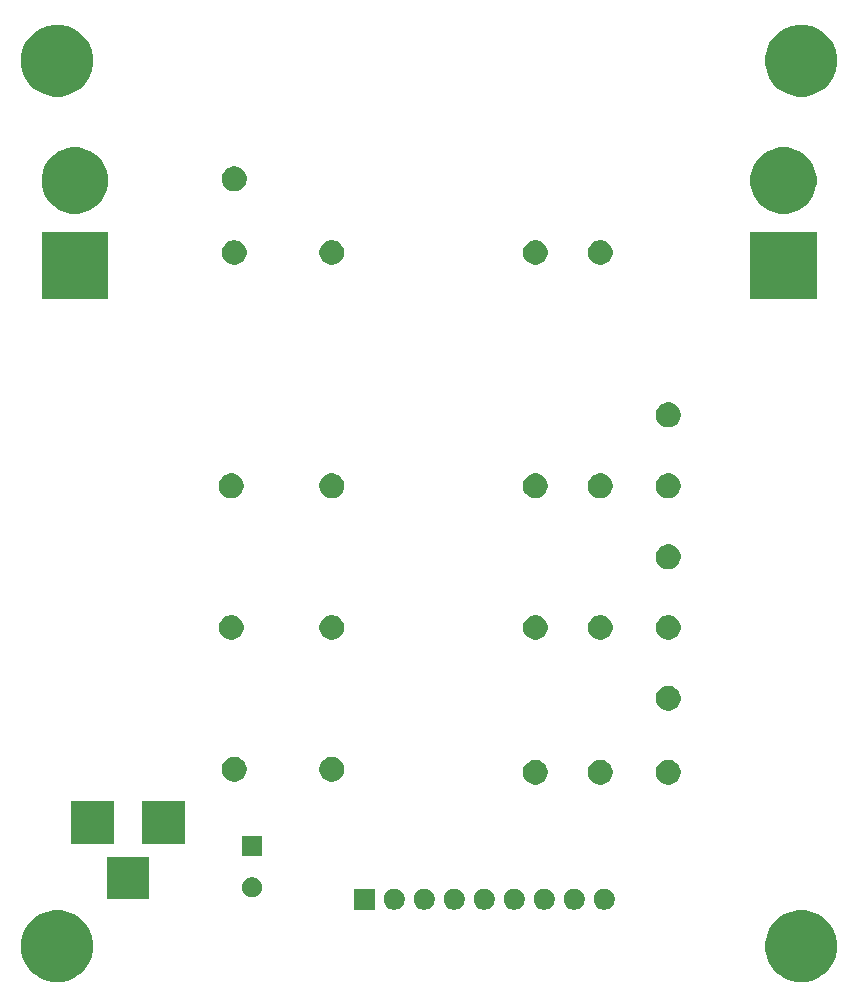
<source format=gbs>
G04 #@! TF.GenerationSoftware,KiCad,Pcbnew,(5.1.5)-3*
G04 #@! TF.CreationDate,2020-01-25T00:11:38-03:30*
G04 #@! TF.ProjectId,Power Sense PCB,506f7765-7220-4536-956e-736520504342,rev?*
G04 #@! TF.SameCoordinates,Original*
G04 #@! TF.FileFunction,Soldermask,Bot*
G04 #@! TF.FilePolarity,Negative*
%FSLAX46Y46*%
G04 Gerber Fmt 4.6, Leading zero omitted, Abs format (unit mm)*
G04 Created by KiCad (PCBNEW (5.1.5)-3) date 2020-01-25 00:11:38*
%MOMM*%
%LPD*%
G04 APERTURE LIST*
%ADD10C,0.100000*%
G04 APERTURE END LIST*
D10*
G36*
X124389943Y-118066248D02*
G01*
X124945189Y-118296238D01*
X125193347Y-118462052D01*
X125444899Y-118630134D01*
X125869866Y-119055101D01*
X126018440Y-119277458D01*
X126203762Y-119554811D01*
X126433752Y-120110057D01*
X126551000Y-120699501D01*
X126551000Y-121300499D01*
X126433752Y-121889943D01*
X126203762Y-122445189D01*
X126203761Y-122445190D01*
X125869866Y-122944899D01*
X125444899Y-123369866D01*
X125304573Y-123463629D01*
X124945189Y-123703762D01*
X124389943Y-123933752D01*
X123800499Y-124051000D01*
X123199501Y-124051000D01*
X122610057Y-123933752D01*
X122054811Y-123703762D01*
X121695427Y-123463629D01*
X121555101Y-123369866D01*
X121130134Y-122944899D01*
X120796239Y-122445190D01*
X120796238Y-122445189D01*
X120566248Y-121889943D01*
X120449000Y-121300499D01*
X120449000Y-120699501D01*
X120566248Y-120110057D01*
X120796238Y-119554811D01*
X120981560Y-119277458D01*
X121130134Y-119055101D01*
X121555101Y-118630134D01*
X121806653Y-118462052D01*
X122054811Y-118296238D01*
X122610057Y-118066248D01*
X123199501Y-117949000D01*
X123800499Y-117949000D01*
X124389943Y-118066248D01*
G37*
G36*
X61389943Y-118066248D02*
G01*
X61945189Y-118296238D01*
X62193347Y-118462052D01*
X62444899Y-118630134D01*
X62869866Y-119055101D01*
X63018440Y-119277458D01*
X63203762Y-119554811D01*
X63433752Y-120110057D01*
X63551000Y-120699501D01*
X63551000Y-121300499D01*
X63433752Y-121889943D01*
X63203762Y-122445189D01*
X63203761Y-122445190D01*
X62869866Y-122944899D01*
X62444899Y-123369866D01*
X62304573Y-123463629D01*
X61945189Y-123703762D01*
X61389943Y-123933752D01*
X60800499Y-124051000D01*
X60199501Y-124051000D01*
X59610057Y-123933752D01*
X59054811Y-123703762D01*
X58695427Y-123463629D01*
X58555101Y-123369866D01*
X58130134Y-122944899D01*
X57796239Y-122445190D01*
X57796238Y-122445189D01*
X57566248Y-121889943D01*
X57449000Y-121300499D01*
X57449000Y-120699501D01*
X57566248Y-120110057D01*
X57796238Y-119554811D01*
X57981560Y-119277458D01*
X58130134Y-119055101D01*
X58555101Y-118630134D01*
X58806653Y-118462052D01*
X59054811Y-118296238D01*
X59610057Y-118066248D01*
X60199501Y-117949000D01*
X60800499Y-117949000D01*
X61389943Y-118066248D01*
G37*
G36*
X87401000Y-117901000D02*
G01*
X85599000Y-117901000D01*
X85599000Y-116099000D01*
X87401000Y-116099000D01*
X87401000Y-117901000D01*
G37*
G36*
X89153512Y-116103927D02*
G01*
X89302812Y-116133624D01*
X89466784Y-116201544D01*
X89614354Y-116300147D01*
X89739853Y-116425646D01*
X89838456Y-116573216D01*
X89906376Y-116737188D01*
X89941000Y-116911259D01*
X89941000Y-117088741D01*
X89906376Y-117262812D01*
X89838456Y-117426784D01*
X89739853Y-117574354D01*
X89614354Y-117699853D01*
X89466784Y-117798456D01*
X89302812Y-117866376D01*
X89153512Y-117896073D01*
X89128742Y-117901000D01*
X88951258Y-117901000D01*
X88926488Y-117896073D01*
X88777188Y-117866376D01*
X88613216Y-117798456D01*
X88465646Y-117699853D01*
X88340147Y-117574354D01*
X88241544Y-117426784D01*
X88173624Y-117262812D01*
X88139000Y-117088741D01*
X88139000Y-116911259D01*
X88173624Y-116737188D01*
X88241544Y-116573216D01*
X88340147Y-116425646D01*
X88465646Y-116300147D01*
X88613216Y-116201544D01*
X88777188Y-116133624D01*
X88926488Y-116103927D01*
X88951258Y-116099000D01*
X89128742Y-116099000D01*
X89153512Y-116103927D01*
G37*
G36*
X106933512Y-116103927D02*
G01*
X107082812Y-116133624D01*
X107246784Y-116201544D01*
X107394354Y-116300147D01*
X107519853Y-116425646D01*
X107618456Y-116573216D01*
X107686376Y-116737188D01*
X107721000Y-116911259D01*
X107721000Y-117088741D01*
X107686376Y-117262812D01*
X107618456Y-117426784D01*
X107519853Y-117574354D01*
X107394354Y-117699853D01*
X107246784Y-117798456D01*
X107082812Y-117866376D01*
X106933512Y-117896073D01*
X106908742Y-117901000D01*
X106731258Y-117901000D01*
X106706488Y-117896073D01*
X106557188Y-117866376D01*
X106393216Y-117798456D01*
X106245646Y-117699853D01*
X106120147Y-117574354D01*
X106021544Y-117426784D01*
X105953624Y-117262812D01*
X105919000Y-117088741D01*
X105919000Y-116911259D01*
X105953624Y-116737188D01*
X106021544Y-116573216D01*
X106120147Y-116425646D01*
X106245646Y-116300147D01*
X106393216Y-116201544D01*
X106557188Y-116133624D01*
X106706488Y-116103927D01*
X106731258Y-116099000D01*
X106908742Y-116099000D01*
X106933512Y-116103927D01*
G37*
G36*
X104393512Y-116103927D02*
G01*
X104542812Y-116133624D01*
X104706784Y-116201544D01*
X104854354Y-116300147D01*
X104979853Y-116425646D01*
X105078456Y-116573216D01*
X105146376Y-116737188D01*
X105181000Y-116911259D01*
X105181000Y-117088741D01*
X105146376Y-117262812D01*
X105078456Y-117426784D01*
X104979853Y-117574354D01*
X104854354Y-117699853D01*
X104706784Y-117798456D01*
X104542812Y-117866376D01*
X104393512Y-117896073D01*
X104368742Y-117901000D01*
X104191258Y-117901000D01*
X104166488Y-117896073D01*
X104017188Y-117866376D01*
X103853216Y-117798456D01*
X103705646Y-117699853D01*
X103580147Y-117574354D01*
X103481544Y-117426784D01*
X103413624Y-117262812D01*
X103379000Y-117088741D01*
X103379000Y-116911259D01*
X103413624Y-116737188D01*
X103481544Y-116573216D01*
X103580147Y-116425646D01*
X103705646Y-116300147D01*
X103853216Y-116201544D01*
X104017188Y-116133624D01*
X104166488Y-116103927D01*
X104191258Y-116099000D01*
X104368742Y-116099000D01*
X104393512Y-116103927D01*
G37*
G36*
X101853512Y-116103927D02*
G01*
X102002812Y-116133624D01*
X102166784Y-116201544D01*
X102314354Y-116300147D01*
X102439853Y-116425646D01*
X102538456Y-116573216D01*
X102606376Y-116737188D01*
X102641000Y-116911259D01*
X102641000Y-117088741D01*
X102606376Y-117262812D01*
X102538456Y-117426784D01*
X102439853Y-117574354D01*
X102314354Y-117699853D01*
X102166784Y-117798456D01*
X102002812Y-117866376D01*
X101853512Y-117896073D01*
X101828742Y-117901000D01*
X101651258Y-117901000D01*
X101626488Y-117896073D01*
X101477188Y-117866376D01*
X101313216Y-117798456D01*
X101165646Y-117699853D01*
X101040147Y-117574354D01*
X100941544Y-117426784D01*
X100873624Y-117262812D01*
X100839000Y-117088741D01*
X100839000Y-116911259D01*
X100873624Y-116737188D01*
X100941544Y-116573216D01*
X101040147Y-116425646D01*
X101165646Y-116300147D01*
X101313216Y-116201544D01*
X101477188Y-116133624D01*
X101626488Y-116103927D01*
X101651258Y-116099000D01*
X101828742Y-116099000D01*
X101853512Y-116103927D01*
G37*
G36*
X99313512Y-116103927D02*
G01*
X99462812Y-116133624D01*
X99626784Y-116201544D01*
X99774354Y-116300147D01*
X99899853Y-116425646D01*
X99998456Y-116573216D01*
X100066376Y-116737188D01*
X100101000Y-116911259D01*
X100101000Y-117088741D01*
X100066376Y-117262812D01*
X99998456Y-117426784D01*
X99899853Y-117574354D01*
X99774354Y-117699853D01*
X99626784Y-117798456D01*
X99462812Y-117866376D01*
X99313512Y-117896073D01*
X99288742Y-117901000D01*
X99111258Y-117901000D01*
X99086488Y-117896073D01*
X98937188Y-117866376D01*
X98773216Y-117798456D01*
X98625646Y-117699853D01*
X98500147Y-117574354D01*
X98401544Y-117426784D01*
X98333624Y-117262812D01*
X98299000Y-117088741D01*
X98299000Y-116911259D01*
X98333624Y-116737188D01*
X98401544Y-116573216D01*
X98500147Y-116425646D01*
X98625646Y-116300147D01*
X98773216Y-116201544D01*
X98937188Y-116133624D01*
X99086488Y-116103927D01*
X99111258Y-116099000D01*
X99288742Y-116099000D01*
X99313512Y-116103927D01*
G37*
G36*
X96773512Y-116103927D02*
G01*
X96922812Y-116133624D01*
X97086784Y-116201544D01*
X97234354Y-116300147D01*
X97359853Y-116425646D01*
X97458456Y-116573216D01*
X97526376Y-116737188D01*
X97561000Y-116911259D01*
X97561000Y-117088741D01*
X97526376Y-117262812D01*
X97458456Y-117426784D01*
X97359853Y-117574354D01*
X97234354Y-117699853D01*
X97086784Y-117798456D01*
X96922812Y-117866376D01*
X96773512Y-117896073D01*
X96748742Y-117901000D01*
X96571258Y-117901000D01*
X96546488Y-117896073D01*
X96397188Y-117866376D01*
X96233216Y-117798456D01*
X96085646Y-117699853D01*
X95960147Y-117574354D01*
X95861544Y-117426784D01*
X95793624Y-117262812D01*
X95759000Y-117088741D01*
X95759000Y-116911259D01*
X95793624Y-116737188D01*
X95861544Y-116573216D01*
X95960147Y-116425646D01*
X96085646Y-116300147D01*
X96233216Y-116201544D01*
X96397188Y-116133624D01*
X96546488Y-116103927D01*
X96571258Y-116099000D01*
X96748742Y-116099000D01*
X96773512Y-116103927D01*
G37*
G36*
X94233512Y-116103927D02*
G01*
X94382812Y-116133624D01*
X94546784Y-116201544D01*
X94694354Y-116300147D01*
X94819853Y-116425646D01*
X94918456Y-116573216D01*
X94986376Y-116737188D01*
X95021000Y-116911259D01*
X95021000Y-117088741D01*
X94986376Y-117262812D01*
X94918456Y-117426784D01*
X94819853Y-117574354D01*
X94694354Y-117699853D01*
X94546784Y-117798456D01*
X94382812Y-117866376D01*
X94233512Y-117896073D01*
X94208742Y-117901000D01*
X94031258Y-117901000D01*
X94006488Y-117896073D01*
X93857188Y-117866376D01*
X93693216Y-117798456D01*
X93545646Y-117699853D01*
X93420147Y-117574354D01*
X93321544Y-117426784D01*
X93253624Y-117262812D01*
X93219000Y-117088741D01*
X93219000Y-116911259D01*
X93253624Y-116737188D01*
X93321544Y-116573216D01*
X93420147Y-116425646D01*
X93545646Y-116300147D01*
X93693216Y-116201544D01*
X93857188Y-116133624D01*
X94006488Y-116103927D01*
X94031258Y-116099000D01*
X94208742Y-116099000D01*
X94233512Y-116103927D01*
G37*
G36*
X91693512Y-116103927D02*
G01*
X91842812Y-116133624D01*
X92006784Y-116201544D01*
X92154354Y-116300147D01*
X92279853Y-116425646D01*
X92378456Y-116573216D01*
X92446376Y-116737188D01*
X92481000Y-116911259D01*
X92481000Y-117088741D01*
X92446376Y-117262812D01*
X92378456Y-117426784D01*
X92279853Y-117574354D01*
X92154354Y-117699853D01*
X92006784Y-117798456D01*
X91842812Y-117866376D01*
X91693512Y-117896073D01*
X91668742Y-117901000D01*
X91491258Y-117901000D01*
X91466488Y-117896073D01*
X91317188Y-117866376D01*
X91153216Y-117798456D01*
X91005646Y-117699853D01*
X90880147Y-117574354D01*
X90781544Y-117426784D01*
X90713624Y-117262812D01*
X90679000Y-117088741D01*
X90679000Y-116911259D01*
X90713624Y-116737188D01*
X90781544Y-116573216D01*
X90880147Y-116425646D01*
X91005646Y-116300147D01*
X91153216Y-116201544D01*
X91317188Y-116133624D01*
X91466488Y-116103927D01*
X91491258Y-116099000D01*
X91668742Y-116099000D01*
X91693512Y-116103927D01*
G37*
G36*
X68301000Y-117001000D02*
G01*
X64699000Y-117001000D01*
X64699000Y-113399000D01*
X68301000Y-113399000D01*
X68301000Y-117001000D01*
G37*
G36*
X77248228Y-115181703D02*
G01*
X77403100Y-115245853D01*
X77542481Y-115338985D01*
X77661015Y-115457519D01*
X77754147Y-115596900D01*
X77818297Y-115751772D01*
X77851000Y-115916184D01*
X77851000Y-116083816D01*
X77818297Y-116248228D01*
X77754147Y-116403100D01*
X77661015Y-116542481D01*
X77542481Y-116661015D01*
X77403100Y-116754147D01*
X77248228Y-116818297D01*
X77083816Y-116851000D01*
X76916184Y-116851000D01*
X76751772Y-116818297D01*
X76596900Y-116754147D01*
X76457519Y-116661015D01*
X76338985Y-116542481D01*
X76245853Y-116403100D01*
X76181703Y-116248228D01*
X76149000Y-116083816D01*
X76149000Y-115916184D01*
X76181703Y-115751772D01*
X76245853Y-115596900D01*
X76338985Y-115457519D01*
X76457519Y-115338985D01*
X76596900Y-115245853D01*
X76751772Y-115181703D01*
X76916184Y-115149000D01*
X77083816Y-115149000D01*
X77248228Y-115181703D01*
G37*
G36*
X77851000Y-113351000D02*
G01*
X76149000Y-113351000D01*
X76149000Y-111649000D01*
X77851000Y-111649000D01*
X77851000Y-113351000D01*
G37*
G36*
X65301000Y-112301000D02*
G01*
X61699000Y-112301000D01*
X61699000Y-108699000D01*
X65301000Y-108699000D01*
X65301000Y-112301000D01*
G37*
G36*
X71301000Y-112301000D02*
G01*
X67699000Y-112301000D01*
X67699000Y-108699000D01*
X71301000Y-108699000D01*
X71301000Y-112301000D01*
G37*
G36*
X106806564Y-105239389D02*
G01*
X106997833Y-105318615D01*
X106997835Y-105318616D01*
X107169973Y-105433635D01*
X107316365Y-105580027D01*
X107392143Y-105693436D01*
X107431385Y-105752167D01*
X107510611Y-105943436D01*
X107551000Y-106146484D01*
X107551000Y-106353516D01*
X107510611Y-106556564D01*
X107431385Y-106747833D01*
X107431384Y-106747835D01*
X107316365Y-106919973D01*
X107169973Y-107066365D01*
X106997835Y-107181384D01*
X106997834Y-107181385D01*
X106997833Y-107181385D01*
X106806564Y-107260611D01*
X106603516Y-107301000D01*
X106396484Y-107301000D01*
X106193436Y-107260611D01*
X106002167Y-107181385D01*
X106002166Y-107181385D01*
X106002165Y-107181384D01*
X105830027Y-107066365D01*
X105683635Y-106919973D01*
X105568616Y-106747835D01*
X105568615Y-106747833D01*
X105489389Y-106556564D01*
X105449000Y-106353516D01*
X105449000Y-106146484D01*
X105489389Y-105943436D01*
X105568615Y-105752167D01*
X105607858Y-105693436D01*
X105683635Y-105580027D01*
X105830027Y-105433635D01*
X106002165Y-105318616D01*
X106002167Y-105318615D01*
X106193436Y-105239389D01*
X106396484Y-105199000D01*
X106603516Y-105199000D01*
X106806564Y-105239389D01*
G37*
G36*
X112556564Y-105239389D02*
G01*
X112747833Y-105318615D01*
X112747835Y-105318616D01*
X112919973Y-105433635D01*
X113066365Y-105580027D01*
X113142143Y-105693436D01*
X113181385Y-105752167D01*
X113260611Y-105943436D01*
X113301000Y-106146484D01*
X113301000Y-106353516D01*
X113260611Y-106556564D01*
X113181385Y-106747833D01*
X113181384Y-106747835D01*
X113066365Y-106919973D01*
X112919973Y-107066365D01*
X112747835Y-107181384D01*
X112747834Y-107181385D01*
X112747833Y-107181385D01*
X112556564Y-107260611D01*
X112353516Y-107301000D01*
X112146484Y-107301000D01*
X111943436Y-107260611D01*
X111752167Y-107181385D01*
X111752166Y-107181385D01*
X111752165Y-107181384D01*
X111580027Y-107066365D01*
X111433635Y-106919973D01*
X111318616Y-106747835D01*
X111318615Y-106747833D01*
X111239389Y-106556564D01*
X111199000Y-106353516D01*
X111199000Y-106146484D01*
X111239389Y-105943436D01*
X111318615Y-105752167D01*
X111357858Y-105693436D01*
X111433635Y-105580027D01*
X111580027Y-105433635D01*
X111752165Y-105318616D01*
X111752167Y-105318615D01*
X111943436Y-105239389D01*
X112146484Y-105199000D01*
X112353516Y-105199000D01*
X112556564Y-105239389D01*
G37*
G36*
X101306564Y-105239389D02*
G01*
X101497833Y-105318615D01*
X101497835Y-105318616D01*
X101669973Y-105433635D01*
X101816365Y-105580027D01*
X101892143Y-105693436D01*
X101931385Y-105752167D01*
X102010611Y-105943436D01*
X102051000Y-106146484D01*
X102051000Y-106353516D01*
X102010611Y-106556564D01*
X101931385Y-106747833D01*
X101931384Y-106747835D01*
X101816365Y-106919973D01*
X101669973Y-107066365D01*
X101497835Y-107181384D01*
X101497834Y-107181385D01*
X101497833Y-107181385D01*
X101306564Y-107260611D01*
X101103516Y-107301000D01*
X100896484Y-107301000D01*
X100693436Y-107260611D01*
X100502167Y-107181385D01*
X100502166Y-107181385D01*
X100502165Y-107181384D01*
X100330027Y-107066365D01*
X100183635Y-106919973D01*
X100068616Y-106747835D01*
X100068615Y-106747833D01*
X99989389Y-106556564D01*
X99949000Y-106353516D01*
X99949000Y-106146484D01*
X99989389Y-105943436D01*
X100068615Y-105752167D01*
X100107858Y-105693436D01*
X100183635Y-105580027D01*
X100330027Y-105433635D01*
X100502165Y-105318616D01*
X100502167Y-105318615D01*
X100693436Y-105239389D01*
X100896484Y-105199000D01*
X101103516Y-105199000D01*
X101306564Y-105239389D01*
G37*
G36*
X75806564Y-104989389D02*
G01*
X75997833Y-105068615D01*
X75997835Y-105068616D01*
X76169973Y-105183635D01*
X76316365Y-105330027D01*
X76385594Y-105433635D01*
X76431385Y-105502167D01*
X76510611Y-105693436D01*
X76551000Y-105896484D01*
X76551000Y-106103516D01*
X76510611Y-106306564D01*
X76431385Y-106497833D01*
X76431384Y-106497835D01*
X76316365Y-106669973D01*
X76169973Y-106816365D01*
X75997835Y-106931384D01*
X75997834Y-106931385D01*
X75997833Y-106931385D01*
X75806564Y-107010611D01*
X75603516Y-107051000D01*
X75396484Y-107051000D01*
X75193436Y-107010611D01*
X75002167Y-106931385D01*
X75002166Y-106931385D01*
X75002165Y-106931384D01*
X74830027Y-106816365D01*
X74683635Y-106669973D01*
X74568616Y-106497835D01*
X74568615Y-106497833D01*
X74489389Y-106306564D01*
X74449000Y-106103516D01*
X74449000Y-105896484D01*
X74489389Y-105693436D01*
X74568615Y-105502167D01*
X74614407Y-105433635D01*
X74683635Y-105330027D01*
X74830027Y-105183635D01*
X75002165Y-105068616D01*
X75002167Y-105068615D01*
X75193436Y-104989389D01*
X75396484Y-104949000D01*
X75603516Y-104949000D01*
X75806564Y-104989389D01*
G37*
G36*
X84056564Y-104989389D02*
G01*
X84247833Y-105068615D01*
X84247835Y-105068616D01*
X84419973Y-105183635D01*
X84566365Y-105330027D01*
X84635594Y-105433635D01*
X84681385Y-105502167D01*
X84760611Y-105693436D01*
X84801000Y-105896484D01*
X84801000Y-106103516D01*
X84760611Y-106306564D01*
X84681385Y-106497833D01*
X84681384Y-106497835D01*
X84566365Y-106669973D01*
X84419973Y-106816365D01*
X84247835Y-106931384D01*
X84247834Y-106931385D01*
X84247833Y-106931385D01*
X84056564Y-107010611D01*
X83853516Y-107051000D01*
X83646484Y-107051000D01*
X83443436Y-107010611D01*
X83252167Y-106931385D01*
X83252166Y-106931385D01*
X83252165Y-106931384D01*
X83080027Y-106816365D01*
X82933635Y-106669973D01*
X82818616Y-106497835D01*
X82818615Y-106497833D01*
X82739389Y-106306564D01*
X82699000Y-106103516D01*
X82699000Y-105896484D01*
X82739389Y-105693436D01*
X82818615Y-105502167D01*
X82864407Y-105433635D01*
X82933635Y-105330027D01*
X83080027Y-105183635D01*
X83252165Y-105068616D01*
X83252167Y-105068615D01*
X83443436Y-104989389D01*
X83646484Y-104949000D01*
X83853516Y-104949000D01*
X84056564Y-104989389D01*
G37*
G36*
X112556564Y-98989389D02*
G01*
X112747833Y-99068615D01*
X112747835Y-99068616D01*
X112919973Y-99183635D01*
X113066365Y-99330027D01*
X113181385Y-99502167D01*
X113260611Y-99693436D01*
X113301000Y-99896484D01*
X113301000Y-100103516D01*
X113260611Y-100306564D01*
X113181385Y-100497833D01*
X113181384Y-100497835D01*
X113066365Y-100669973D01*
X112919973Y-100816365D01*
X112747835Y-100931384D01*
X112747834Y-100931385D01*
X112747833Y-100931385D01*
X112556564Y-101010611D01*
X112353516Y-101051000D01*
X112146484Y-101051000D01*
X111943436Y-101010611D01*
X111752167Y-100931385D01*
X111752166Y-100931385D01*
X111752165Y-100931384D01*
X111580027Y-100816365D01*
X111433635Y-100669973D01*
X111318616Y-100497835D01*
X111318615Y-100497833D01*
X111239389Y-100306564D01*
X111199000Y-100103516D01*
X111199000Y-99896484D01*
X111239389Y-99693436D01*
X111318615Y-99502167D01*
X111433635Y-99330027D01*
X111580027Y-99183635D01*
X111752165Y-99068616D01*
X111752167Y-99068615D01*
X111943436Y-98989389D01*
X112146484Y-98949000D01*
X112353516Y-98949000D01*
X112556564Y-98989389D01*
G37*
G36*
X101306564Y-92989389D02*
G01*
X101497833Y-93068615D01*
X101497835Y-93068616D01*
X101669973Y-93183635D01*
X101816365Y-93330027D01*
X101931385Y-93502167D01*
X102010611Y-93693436D01*
X102051000Y-93896484D01*
X102051000Y-94103516D01*
X102010611Y-94306564D01*
X101931385Y-94497833D01*
X101931384Y-94497835D01*
X101816365Y-94669973D01*
X101669973Y-94816365D01*
X101497835Y-94931384D01*
X101497834Y-94931385D01*
X101497833Y-94931385D01*
X101306564Y-95010611D01*
X101103516Y-95051000D01*
X100896484Y-95051000D01*
X100693436Y-95010611D01*
X100502167Y-94931385D01*
X100502166Y-94931385D01*
X100502165Y-94931384D01*
X100330027Y-94816365D01*
X100183635Y-94669973D01*
X100068616Y-94497835D01*
X100068615Y-94497833D01*
X99989389Y-94306564D01*
X99949000Y-94103516D01*
X99949000Y-93896484D01*
X99989389Y-93693436D01*
X100068615Y-93502167D01*
X100183635Y-93330027D01*
X100330027Y-93183635D01*
X100502165Y-93068616D01*
X100502167Y-93068615D01*
X100693436Y-92989389D01*
X100896484Y-92949000D01*
X101103516Y-92949000D01*
X101306564Y-92989389D01*
G37*
G36*
X106806564Y-92989389D02*
G01*
X106997833Y-93068615D01*
X106997835Y-93068616D01*
X107169973Y-93183635D01*
X107316365Y-93330027D01*
X107431385Y-93502167D01*
X107510611Y-93693436D01*
X107551000Y-93896484D01*
X107551000Y-94103516D01*
X107510611Y-94306564D01*
X107431385Y-94497833D01*
X107431384Y-94497835D01*
X107316365Y-94669973D01*
X107169973Y-94816365D01*
X106997835Y-94931384D01*
X106997834Y-94931385D01*
X106997833Y-94931385D01*
X106806564Y-95010611D01*
X106603516Y-95051000D01*
X106396484Y-95051000D01*
X106193436Y-95010611D01*
X106002167Y-94931385D01*
X106002166Y-94931385D01*
X106002165Y-94931384D01*
X105830027Y-94816365D01*
X105683635Y-94669973D01*
X105568616Y-94497835D01*
X105568615Y-94497833D01*
X105489389Y-94306564D01*
X105449000Y-94103516D01*
X105449000Y-93896484D01*
X105489389Y-93693436D01*
X105568615Y-93502167D01*
X105683635Y-93330027D01*
X105830027Y-93183635D01*
X106002165Y-93068616D01*
X106002167Y-93068615D01*
X106193436Y-92989389D01*
X106396484Y-92949000D01*
X106603516Y-92949000D01*
X106806564Y-92989389D01*
G37*
G36*
X84056564Y-92989389D02*
G01*
X84247833Y-93068615D01*
X84247835Y-93068616D01*
X84419973Y-93183635D01*
X84566365Y-93330027D01*
X84681385Y-93502167D01*
X84760611Y-93693436D01*
X84801000Y-93896484D01*
X84801000Y-94103516D01*
X84760611Y-94306564D01*
X84681385Y-94497833D01*
X84681384Y-94497835D01*
X84566365Y-94669973D01*
X84419973Y-94816365D01*
X84247835Y-94931384D01*
X84247834Y-94931385D01*
X84247833Y-94931385D01*
X84056564Y-95010611D01*
X83853516Y-95051000D01*
X83646484Y-95051000D01*
X83443436Y-95010611D01*
X83252167Y-94931385D01*
X83252166Y-94931385D01*
X83252165Y-94931384D01*
X83080027Y-94816365D01*
X82933635Y-94669973D01*
X82818616Y-94497835D01*
X82818615Y-94497833D01*
X82739389Y-94306564D01*
X82699000Y-94103516D01*
X82699000Y-93896484D01*
X82739389Y-93693436D01*
X82818615Y-93502167D01*
X82933635Y-93330027D01*
X83080027Y-93183635D01*
X83252165Y-93068616D01*
X83252167Y-93068615D01*
X83443436Y-92989389D01*
X83646484Y-92949000D01*
X83853516Y-92949000D01*
X84056564Y-92989389D01*
G37*
G36*
X112556564Y-92989389D02*
G01*
X112747833Y-93068615D01*
X112747835Y-93068616D01*
X112919973Y-93183635D01*
X113066365Y-93330027D01*
X113181385Y-93502167D01*
X113260611Y-93693436D01*
X113301000Y-93896484D01*
X113301000Y-94103516D01*
X113260611Y-94306564D01*
X113181385Y-94497833D01*
X113181384Y-94497835D01*
X113066365Y-94669973D01*
X112919973Y-94816365D01*
X112747835Y-94931384D01*
X112747834Y-94931385D01*
X112747833Y-94931385D01*
X112556564Y-95010611D01*
X112353516Y-95051000D01*
X112146484Y-95051000D01*
X111943436Y-95010611D01*
X111752167Y-94931385D01*
X111752166Y-94931385D01*
X111752165Y-94931384D01*
X111580027Y-94816365D01*
X111433635Y-94669973D01*
X111318616Y-94497835D01*
X111318615Y-94497833D01*
X111239389Y-94306564D01*
X111199000Y-94103516D01*
X111199000Y-93896484D01*
X111239389Y-93693436D01*
X111318615Y-93502167D01*
X111433635Y-93330027D01*
X111580027Y-93183635D01*
X111752165Y-93068616D01*
X111752167Y-93068615D01*
X111943436Y-92989389D01*
X112146484Y-92949000D01*
X112353516Y-92949000D01*
X112556564Y-92989389D01*
G37*
G36*
X75556564Y-92989389D02*
G01*
X75747833Y-93068615D01*
X75747835Y-93068616D01*
X75919973Y-93183635D01*
X76066365Y-93330027D01*
X76181385Y-93502167D01*
X76260611Y-93693436D01*
X76301000Y-93896484D01*
X76301000Y-94103516D01*
X76260611Y-94306564D01*
X76181385Y-94497833D01*
X76181384Y-94497835D01*
X76066365Y-94669973D01*
X75919973Y-94816365D01*
X75747835Y-94931384D01*
X75747834Y-94931385D01*
X75747833Y-94931385D01*
X75556564Y-95010611D01*
X75353516Y-95051000D01*
X75146484Y-95051000D01*
X74943436Y-95010611D01*
X74752167Y-94931385D01*
X74752166Y-94931385D01*
X74752165Y-94931384D01*
X74580027Y-94816365D01*
X74433635Y-94669973D01*
X74318616Y-94497835D01*
X74318615Y-94497833D01*
X74239389Y-94306564D01*
X74199000Y-94103516D01*
X74199000Y-93896484D01*
X74239389Y-93693436D01*
X74318615Y-93502167D01*
X74433635Y-93330027D01*
X74580027Y-93183635D01*
X74752165Y-93068616D01*
X74752167Y-93068615D01*
X74943436Y-92989389D01*
X75146484Y-92949000D01*
X75353516Y-92949000D01*
X75556564Y-92989389D01*
G37*
G36*
X112556564Y-86989389D02*
G01*
X112747833Y-87068615D01*
X112747835Y-87068616D01*
X112919973Y-87183635D01*
X113066365Y-87330027D01*
X113181385Y-87502167D01*
X113260611Y-87693436D01*
X113301000Y-87896484D01*
X113301000Y-88103516D01*
X113260611Y-88306564D01*
X113181385Y-88497833D01*
X113181384Y-88497835D01*
X113066365Y-88669973D01*
X112919973Y-88816365D01*
X112747835Y-88931384D01*
X112747834Y-88931385D01*
X112747833Y-88931385D01*
X112556564Y-89010611D01*
X112353516Y-89051000D01*
X112146484Y-89051000D01*
X111943436Y-89010611D01*
X111752167Y-88931385D01*
X111752166Y-88931385D01*
X111752165Y-88931384D01*
X111580027Y-88816365D01*
X111433635Y-88669973D01*
X111318616Y-88497835D01*
X111318615Y-88497833D01*
X111239389Y-88306564D01*
X111199000Y-88103516D01*
X111199000Y-87896484D01*
X111239389Y-87693436D01*
X111318615Y-87502167D01*
X111433635Y-87330027D01*
X111580027Y-87183635D01*
X111752165Y-87068616D01*
X111752167Y-87068615D01*
X111943436Y-86989389D01*
X112146484Y-86949000D01*
X112353516Y-86949000D01*
X112556564Y-86989389D01*
G37*
G36*
X101306564Y-80989389D02*
G01*
X101497833Y-81068615D01*
X101497835Y-81068616D01*
X101669973Y-81183635D01*
X101816365Y-81330027D01*
X101931385Y-81502167D01*
X102010611Y-81693436D01*
X102051000Y-81896484D01*
X102051000Y-82103516D01*
X102010611Y-82306564D01*
X101931385Y-82497833D01*
X101931384Y-82497835D01*
X101816365Y-82669973D01*
X101669973Y-82816365D01*
X101497835Y-82931384D01*
X101497834Y-82931385D01*
X101497833Y-82931385D01*
X101306564Y-83010611D01*
X101103516Y-83051000D01*
X100896484Y-83051000D01*
X100693436Y-83010611D01*
X100502167Y-82931385D01*
X100502166Y-82931385D01*
X100502165Y-82931384D01*
X100330027Y-82816365D01*
X100183635Y-82669973D01*
X100068616Y-82497835D01*
X100068615Y-82497833D01*
X99989389Y-82306564D01*
X99949000Y-82103516D01*
X99949000Y-81896484D01*
X99989389Y-81693436D01*
X100068615Y-81502167D01*
X100183635Y-81330027D01*
X100330027Y-81183635D01*
X100502165Y-81068616D01*
X100502167Y-81068615D01*
X100693436Y-80989389D01*
X100896484Y-80949000D01*
X101103516Y-80949000D01*
X101306564Y-80989389D01*
G37*
G36*
X112556564Y-80989389D02*
G01*
X112747833Y-81068615D01*
X112747835Y-81068616D01*
X112919973Y-81183635D01*
X113066365Y-81330027D01*
X113181385Y-81502167D01*
X113260611Y-81693436D01*
X113301000Y-81896484D01*
X113301000Y-82103516D01*
X113260611Y-82306564D01*
X113181385Y-82497833D01*
X113181384Y-82497835D01*
X113066365Y-82669973D01*
X112919973Y-82816365D01*
X112747835Y-82931384D01*
X112747834Y-82931385D01*
X112747833Y-82931385D01*
X112556564Y-83010611D01*
X112353516Y-83051000D01*
X112146484Y-83051000D01*
X111943436Y-83010611D01*
X111752167Y-82931385D01*
X111752166Y-82931385D01*
X111752165Y-82931384D01*
X111580027Y-82816365D01*
X111433635Y-82669973D01*
X111318616Y-82497835D01*
X111318615Y-82497833D01*
X111239389Y-82306564D01*
X111199000Y-82103516D01*
X111199000Y-81896484D01*
X111239389Y-81693436D01*
X111318615Y-81502167D01*
X111433635Y-81330027D01*
X111580027Y-81183635D01*
X111752165Y-81068616D01*
X111752167Y-81068615D01*
X111943436Y-80989389D01*
X112146484Y-80949000D01*
X112353516Y-80949000D01*
X112556564Y-80989389D01*
G37*
G36*
X106806564Y-80989389D02*
G01*
X106997833Y-81068615D01*
X106997835Y-81068616D01*
X107169973Y-81183635D01*
X107316365Y-81330027D01*
X107431385Y-81502167D01*
X107510611Y-81693436D01*
X107551000Y-81896484D01*
X107551000Y-82103516D01*
X107510611Y-82306564D01*
X107431385Y-82497833D01*
X107431384Y-82497835D01*
X107316365Y-82669973D01*
X107169973Y-82816365D01*
X106997835Y-82931384D01*
X106997834Y-82931385D01*
X106997833Y-82931385D01*
X106806564Y-83010611D01*
X106603516Y-83051000D01*
X106396484Y-83051000D01*
X106193436Y-83010611D01*
X106002167Y-82931385D01*
X106002166Y-82931385D01*
X106002165Y-82931384D01*
X105830027Y-82816365D01*
X105683635Y-82669973D01*
X105568616Y-82497835D01*
X105568615Y-82497833D01*
X105489389Y-82306564D01*
X105449000Y-82103516D01*
X105449000Y-81896484D01*
X105489389Y-81693436D01*
X105568615Y-81502167D01*
X105683635Y-81330027D01*
X105830027Y-81183635D01*
X106002165Y-81068616D01*
X106002167Y-81068615D01*
X106193436Y-80989389D01*
X106396484Y-80949000D01*
X106603516Y-80949000D01*
X106806564Y-80989389D01*
G37*
G36*
X75556564Y-80989389D02*
G01*
X75747833Y-81068615D01*
X75747835Y-81068616D01*
X75919973Y-81183635D01*
X76066365Y-81330027D01*
X76181385Y-81502167D01*
X76260611Y-81693436D01*
X76301000Y-81896484D01*
X76301000Y-82103516D01*
X76260611Y-82306564D01*
X76181385Y-82497833D01*
X76181384Y-82497835D01*
X76066365Y-82669973D01*
X75919973Y-82816365D01*
X75747835Y-82931384D01*
X75747834Y-82931385D01*
X75747833Y-82931385D01*
X75556564Y-83010611D01*
X75353516Y-83051000D01*
X75146484Y-83051000D01*
X74943436Y-83010611D01*
X74752167Y-82931385D01*
X74752166Y-82931385D01*
X74752165Y-82931384D01*
X74580027Y-82816365D01*
X74433635Y-82669973D01*
X74318616Y-82497835D01*
X74318615Y-82497833D01*
X74239389Y-82306564D01*
X74199000Y-82103516D01*
X74199000Y-81896484D01*
X74239389Y-81693436D01*
X74318615Y-81502167D01*
X74433635Y-81330027D01*
X74580027Y-81183635D01*
X74752165Y-81068616D01*
X74752167Y-81068615D01*
X74943436Y-80989389D01*
X75146484Y-80949000D01*
X75353516Y-80949000D01*
X75556564Y-80989389D01*
G37*
G36*
X84056564Y-80989389D02*
G01*
X84247833Y-81068615D01*
X84247835Y-81068616D01*
X84419973Y-81183635D01*
X84566365Y-81330027D01*
X84681385Y-81502167D01*
X84760611Y-81693436D01*
X84801000Y-81896484D01*
X84801000Y-82103516D01*
X84760611Y-82306564D01*
X84681385Y-82497833D01*
X84681384Y-82497835D01*
X84566365Y-82669973D01*
X84419973Y-82816365D01*
X84247835Y-82931384D01*
X84247834Y-82931385D01*
X84247833Y-82931385D01*
X84056564Y-83010611D01*
X83853516Y-83051000D01*
X83646484Y-83051000D01*
X83443436Y-83010611D01*
X83252167Y-82931385D01*
X83252166Y-82931385D01*
X83252165Y-82931384D01*
X83080027Y-82816365D01*
X82933635Y-82669973D01*
X82818616Y-82497835D01*
X82818615Y-82497833D01*
X82739389Y-82306564D01*
X82699000Y-82103516D01*
X82699000Y-81896484D01*
X82739389Y-81693436D01*
X82818615Y-81502167D01*
X82933635Y-81330027D01*
X83080027Y-81183635D01*
X83252165Y-81068616D01*
X83252167Y-81068615D01*
X83443436Y-80989389D01*
X83646484Y-80949000D01*
X83853516Y-80949000D01*
X84056564Y-80989389D01*
G37*
G36*
X112556564Y-74989389D02*
G01*
X112747833Y-75068615D01*
X112747835Y-75068616D01*
X112919973Y-75183635D01*
X113066365Y-75330027D01*
X113181385Y-75502167D01*
X113260611Y-75693436D01*
X113301000Y-75896484D01*
X113301000Y-76103516D01*
X113260611Y-76306564D01*
X113181385Y-76497833D01*
X113181384Y-76497835D01*
X113066365Y-76669973D01*
X112919973Y-76816365D01*
X112747835Y-76931384D01*
X112747834Y-76931385D01*
X112747833Y-76931385D01*
X112556564Y-77010611D01*
X112353516Y-77051000D01*
X112146484Y-77051000D01*
X111943436Y-77010611D01*
X111752167Y-76931385D01*
X111752166Y-76931385D01*
X111752165Y-76931384D01*
X111580027Y-76816365D01*
X111433635Y-76669973D01*
X111318616Y-76497835D01*
X111318615Y-76497833D01*
X111239389Y-76306564D01*
X111199000Y-76103516D01*
X111199000Y-75896484D01*
X111239389Y-75693436D01*
X111318615Y-75502167D01*
X111433635Y-75330027D01*
X111580027Y-75183635D01*
X111752165Y-75068616D01*
X111752167Y-75068615D01*
X111943436Y-74989389D01*
X112146484Y-74949000D01*
X112353516Y-74949000D01*
X112556564Y-74989389D01*
G37*
G36*
X124809000Y-66159000D02*
G01*
X119191000Y-66159000D01*
X119191000Y-60541000D01*
X124809000Y-60541000D01*
X124809000Y-66159000D01*
G37*
G36*
X64809000Y-66159000D02*
G01*
X59191000Y-66159000D01*
X59191000Y-60541000D01*
X64809000Y-60541000D01*
X64809000Y-66159000D01*
G37*
G36*
X75806564Y-61239389D02*
G01*
X75997833Y-61318615D01*
X75997835Y-61318616D01*
X76169973Y-61433635D01*
X76316365Y-61580027D01*
X76431385Y-61752167D01*
X76510611Y-61943436D01*
X76551000Y-62146484D01*
X76551000Y-62353516D01*
X76510611Y-62556564D01*
X76431385Y-62747833D01*
X76431384Y-62747835D01*
X76316365Y-62919973D01*
X76169973Y-63066365D01*
X75997835Y-63181384D01*
X75997834Y-63181385D01*
X75997833Y-63181385D01*
X75806564Y-63260611D01*
X75603516Y-63301000D01*
X75396484Y-63301000D01*
X75193436Y-63260611D01*
X75002167Y-63181385D01*
X75002166Y-63181385D01*
X75002165Y-63181384D01*
X74830027Y-63066365D01*
X74683635Y-62919973D01*
X74568616Y-62747835D01*
X74568615Y-62747833D01*
X74489389Y-62556564D01*
X74449000Y-62353516D01*
X74449000Y-62146484D01*
X74489389Y-61943436D01*
X74568615Y-61752167D01*
X74683635Y-61580027D01*
X74830027Y-61433635D01*
X75002165Y-61318616D01*
X75002167Y-61318615D01*
X75193436Y-61239389D01*
X75396484Y-61199000D01*
X75603516Y-61199000D01*
X75806564Y-61239389D01*
G37*
G36*
X84056564Y-61239389D02*
G01*
X84247833Y-61318615D01*
X84247835Y-61318616D01*
X84419973Y-61433635D01*
X84566365Y-61580027D01*
X84681385Y-61752167D01*
X84760611Y-61943436D01*
X84801000Y-62146484D01*
X84801000Y-62353516D01*
X84760611Y-62556564D01*
X84681385Y-62747833D01*
X84681384Y-62747835D01*
X84566365Y-62919973D01*
X84419973Y-63066365D01*
X84247835Y-63181384D01*
X84247834Y-63181385D01*
X84247833Y-63181385D01*
X84056564Y-63260611D01*
X83853516Y-63301000D01*
X83646484Y-63301000D01*
X83443436Y-63260611D01*
X83252167Y-63181385D01*
X83252166Y-63181385D01*
X83252165Y-63181384D01*
X83080027Y-63066365D01*
X82933635Y-62919973D01*
X82818616Y-62747835D01*
X82818615Y-62747833D01*
X82739389Y-62556564D01*
X82699000Y-62353516D01*
X82699000Y-62146484D01*
X82739389Y-61943436D01*
X82818615Y-61752167D01*
X82933635Y-61580027D01*
X83080027Y-61433635D01*
X83252165Y-61318616D01*
X83252167Y-61318615D01*
X83443436Y-61239389D01*
X83646484Y-61199000D01*
X83853516Y-61199000D01*
X84056564Y-61239389D01*
G37*
G36*
X101306564Y-61239389D02*
G01*
X101497833Y-61318615D01*
X101497835Y-61318616D01*
X101669973Y-61433635D01*
X101816365Y-61580027D01*
X101931385Y-61752167D01*
X102010611Y-61943436D01*
X102051000Y-62146484D01*
X102051000Y-62353516D01*
X102010611Y-62556564D01*
X101931385Y-62747833D01*
X101931384Y-62747835D01*
X101816365Y-62919973D01*
X101669973Y-63066365D01*
X101497835Y-63181384D01*
X101497834Y-63181385D01*
X101497833Y-63181385D01*
X101306564Y-63260611D01*
X101103516Y-63301000D01*
X100896484Y-63301000D01*
X100693436Y-63260611D01*
X100502167Y-63181385D01*
X100502166Y-63181385D01*
X100502165Y-63181384D01*
X100330027Y-63066365D01*
X100183635Y-62919973D01*
X100068616Y-62747835D01*
X100068615Y-62747833D01*
X99989389Y-62556564D01*
X99949000Y-62353516D01*
X99949000Y-62146484D01*
X99989389Y-61943436D01*
X100068615Y-61752167D01*
X100183635Y-61580027D01*
X100330027Y-61433635D01*
X100502165Y-61318616D01*
X100502167Y-61318615D01*
X100693436Y-61239389D01*
X100896484Y-61199000D01*
X101103516Y-61199000D01*
X101306564Y-61239389D01*
G37*
G36*
X106806564Y-61239389D02*
G01*
X106997833Y-61318615D01*
X106997835Y-61318616D01*
X107169973Y-61433635D01*
X107316365Y-61580027D01*
X107431385Y-61752167D01*
X107510611Y-61943436D01*
X107551000Y-62146484D01*
X107551000Y-62353516D01*
X107510611Y-62556564D01*
X107431385Y-62747833D01*
X107431384Y-62747835D01*
X107316365Y-62919973D01*
X107169973Y-63066365D01*
X106997835Y-63181384D01*
X106997834Y-63181385D01*
X106997833Y-63181385D01*
X106806564Y-63260611D01*
X106603516Y-63301000D01*
X106396484Y-63301000D01*
X106193436Y-63260611D01*
X106002167Y-63181385D01*
X106002166Y-63181385D01*
X106002165Y-63181384D01*
X105830027Y-63066365D01*
X105683635Y-62919973D01*
X105568616Y-62747835D01*
X105568615Y-62747833D01*
X105489389Y-62556564D01*
X105449000Y-62353516D01*
X105449000Y-62146484D01*
X105489389Y-61943436D01*
X105568615Y-61752167D01*
X105683635Y-61580027D01*
X105830027Y-61433635D01*
X106002165Y-61318616D01*
X106002167Y-61318615D01*
X106193436Y-61239389D01*
X106396484Y-61199000D01*
X106603516Y-61199000D01*
X106806564Y-61239389D01*
G37*
G36*
X122638457Y-53412965D02*
G01*
X122819355Y-53448948D01*
X123330561Y-53660696D01*
X123790633Y-53968107D01*
X124181893Y-54359367D01*
X124489304Y-54819439D01*
X124700796Y-55330027D01*
X124701052Y-55330646D01*
X124809000Y-55873336D01*
X124809000Y-56426664D01*
X124794843Y-56497835D01*
X124701052Y-56969355D01*
X124489304Y-57480561D01*
X124181893Y-57940633D01*
X123790633Y-58331893D01*
X123330561Y-58639304D01*
X122819355Y-58851052D01*
X122638457Y-58887035D01*
X122276664Y-58959000D01*
X121723336Y-58959000D01*
X121361543Y-58887035D01*
X121180645Y-58851052D01*
X120669439Y-58639304D01*
X120209367Y-58331893D01*
X119818107Y-57940633D01*
X119510696Y-57480561D01*
X119298948Y-56969355D01*
X119205157Y-56497835D01*
X119191000Y-56426664D01*
X119191000Y-55873336D01*
X119298948Y-55330646D01*
X119299204Y-55330027D01*
X119510696Y-54819439D01*
X119818107Y-54359367D01*
X120209367Y-53968107D01*
X120669439Y-53660696D01*
X121180645Y-53448948D01*
X121361543Y-53412965D01*
X121723336Y-53341000D01*
X122276664Y-53341000D01*
X122638457Y-53412965D01*
G37*
G36*
X62638457Y-53412965D02*
G01*
X62819355Y-53448948D01*
X63330561Y-53660696D01*
X63790633Y-53968107D01*
X64181893Y-54359367D01*
X64489304Y-54819439D01*
X64700796Y-55330027D01*
X64701052Y-55330646D01*
X64809000Y-55873336D01*
X64809000Y-56426664D01*
X64794843Y-56497835D01*
X64701052Y-56969355D01*
X64489304Y-57480561D01*
X64181893Y-57940633D01*
X63790633Y-58331893D01*
X63330561Y-58639304D01*
X62819355Y-58851052D01*
X62638457Y-58887035D01*
X62276664Y-58959000D01*
X61723336Y-58959000D01*
X61361543Y-58887035D01*
X61180645Y-58851052D01*
X60669439Y-58639304D01*
X60209367Y-58331893D01*
X59818107Y-57940633D01*
X59510696Y-57480561D01*
X59298948Y-56969355D01*
X59205157Y-56497835D01*
X59191000Y-56426664D01*
X59191000Y-55873336D01*
X59298948Y-55330646D01*
X59299204Y-55330027D01*
X59510696Y-54819439D01*
X59818107Y-54359367D01*
X60209367Y-53968107D01*
X60669439Y-53660696D01*
X61180645Y-53448948D01*
X61361543Y-53412965D01*
X61723336Y-53341000D01*
X62276664Y-53341000D01*
X62638457Y-53412965D01*
G37*
G36*
X75806564Y-54989389D02*
G01*
X75997833Y-55068615D01*
X75997835Y-55068616D01*
X76169973Y-55183635D01*
X76316365Y-55330027D01*
X76431385Y-55502167D01*
X76510611Y-55693436D01*
X76551000Y-55896484D01*
X76551000Y-56103516D01*
X76510611Y-56306564D01*
X76460865Y-56426662D01*
X76431384Y-56497835D01*
X76316365Y-56669973D01*
X76169973Y-56816365D01*
X75997835Y-56931384D01*
X75997834Y-56931385D01*
X75997833Y-56931385D01*
X75806564Y-57010611D01*
X75603516Y-57051000D01*
X75396484Y-57051000D01*
X75193436Y-57010611D01*
X75002167Y-56931385D01*
X75002166Y-56931385D01*
X75002165Y-56931384D01*
X74830027Y-56816365D01*
X74683635Y-56669973D01*
X74568616Y-56497835D01*
X74539135Y-56426662D01*
X74489389Y-56306564D01*
X74449000Y-56103516D01*
X74449000Y-55896484D01*
X74489389Y-55693436D01*
X74568615Y-55502167D01*
X74683635Y-55330027D01*
X74830027Y-55183635D01*
X75002165Y-55068616D01*
X75002167Y-55068615D01*
X75193436Y-54989389D01*
X75396484Y-54949000D01*
X75603516Y-54949000D01*
X75806564Y-54989389D01*
G37*
G36*
X124389943Y-43066248D02*
G01*
X124945189Y-43296238D01*
X125193347Y-43462052D01*
X125444899Y-43630134D01*
X125869866Y-44055101D01*
X126018440Y-44277458D01*
X126203762Y-44554811D01*
X126433752Y-45110057D01*
X126551000Y-45699501D01*
X126551000Y-46300499D01*
X126433752Y-46889943D01*
X126203762Y-47445189D01*
X126203761Y-47445190D01*
X125869866Y-47944899D01*
X125444899Y-48369866D01*
X125304573Y-48463629D01*
X124945189Y-48703762D01*
X124389943Y-48933752D01*
X123800499Y-49051000D01*
X123199501Y-49051000D01*
X122610057Y-48933752D01*
X122054811Y-48703762D01*
X121695427Y-48463629D01*
X121555101Y-48369866D01*
X121130134Y-47944899D01*
X120796239Y-47445190D01*
X120796238Y-47445189D01*
X120566248Y-46889943D01*
X120449000Y-46300499D01*
X120449000Y-45699501D01*
X120566248Y-45110057D01*
X120796238Y-44554811D01*
X120981560Y-44277458D01*
X121130134Y-44055101D01*
X121555101Y-43630134D01*
X121806653Y-43462052D01*
X122054811Y-43296238D01*
X122610057Y-43066248D01*
X123199501Y-42949000D01*
X123800499Y-42949000D01*
X124389943Y-43066248D01*
G37*
G36*
X61389943Y-43066248D02*
G01*
X61945189Y-43296238D01*
X62193347Y-43462052D01*
X62444899Y-43630134D01*
X62869866Y-44055101D01*
X63018440Y-44277458D01*
X63203762Y-44554811D01*
X63433752Y-45110057D01*
X63551000Y-45699501D01*
X63551000Y-46300499D01*
X63433752Y-46889943D01*
X63203762Y-47445189D01*
X63203761Y-47445190D01*
X62869866Y-47944899D01*
X62444899Y-48369866D01*
X62304573Y-48463629D01*
X61945189Y-48703762D01*
X61389943Y-48933752D01*
X60800499Y-49051000D01*
X60199501Y-49051000D01*
X59610057Y-48933752D01*
X59054811Y-48703762D01*
X58695427Y-48463629D01*
X58555101Y-48369866D01*
X58130134Y-47944899D01*
X57796239Y-47445190D01*
X57796238Y-47445189D01*
X57566248Y-46889943D01*
X57449000Y-46300499D01*
X57449000Y-45699501D01*
X57566248Y-45110057D01*
X57796238Y-44554811D01*
X57981560Y-44277458D01*
X58130134Y-44055101D01*
X58555101Y-43630134D01*
X58806653Y-43462052D01*
X59054811Y-43296238D01*
X59610057Y-43066248D01*
X60199501Y-42949000D01*
X60800499Y-42949000D01*
X61389943Y-43066248D01*
G37*
M02*

</source>
